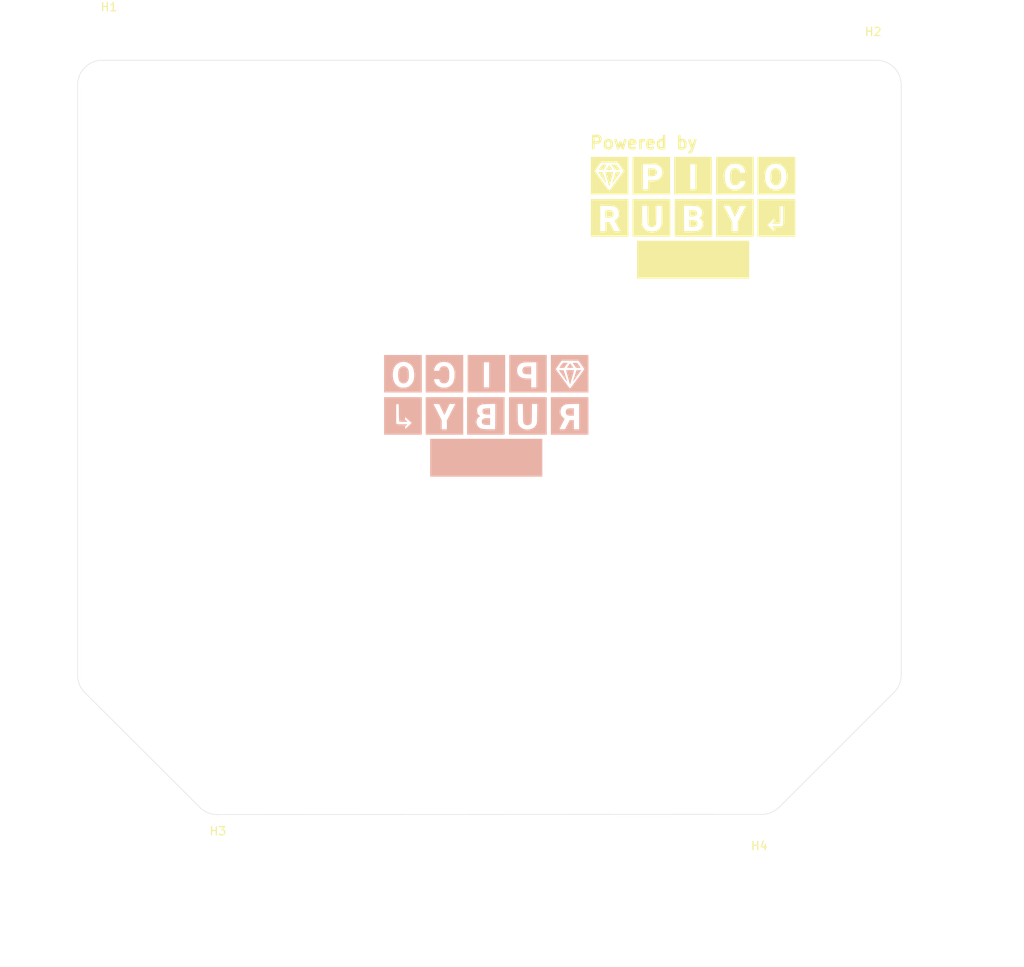
<source format=kicad_pcb>
(kicad_pcb (version 20171130) (host pcbnew "(5.1.10-1-10_14)")

  (general
    (thickness 1.6)
    (drawings 14)
    (tracks 0)
    (zones 0)
    (modules 6)
    (nets 2)
  )

  (page A4)
  (layers
    (0 F.Cu signal)
    (31 B.Cu signal)
    (32 B.Adhes user)
    (33 F.Adhes user)
    (34 B.Paste user)
    (35 F.Paste user)
    (36 B.SilkS user)
    (37 F.SilkS user)
    (38 B.Mask user)
    (39 F.Mask user)
    (40 Dwgs.User user)
    (41 Cmts.User user)
    (42 Eco1.User user)
    (43 Eco2.User user)
    (44 Edge.Cuts user)
    (45 Margin user)
    (46 B.CrtYd user)
    (47 F.CrtYd user)
    (48 B.Fab user hide)
    (49 F.Fab user hide)
  )

  (setup
    (last_trace_width 0.25)
    (trace_clearance 0.2)
    (zone_clearance 0.508)
    (zone_45_only no)
    (trace_min 0.2)
    (via_size 0.8)
    (via_drill 0.4)
    (via_min_size 0.4)
    (via_min_drill 0.3)
    (uvia_size 0.3)
    (uvia_drill 0.1)
    (uvias_allowed no)
    (uvia_min_size 0.2)
    (uvia_min_drill 0.1)
    (edge_width 0.05)
    (segment_width 0.2)
    (pcb_text_width 0.3)
    (pcb_text_size 1.5 1.5)
    (mod_edge_width 0.12)
    (mod_text_size 1 1)
    (mod_text_width 0.15)
    (pad_size 1.524 1.524)
    (pad_drill 0.762)
    (pad_to_mask_clearance 0)
    (aux_axis_origin 162 85)
    (grid_origin 162 85)
    (visible_elements FFFFFF7F)
    (pcbplotparams
      (layerselection 0x010fc_ffffffff)
      (usegerberextensions false)
      (usegerberattributes true)
      (usegerberadvancedattributes true)
      (creategerberjobfile true)
      (excludeedgelayer true)
      (linewidth 0.100000)
      (plotframeref false)
      (viasonmask false)
      (mode 1)
      (useauxorigin false)
      (hpglpennumber 1)
      (hpglpenspeed 20)
      (hpglpendiameter 15.000000)
      (psnegative false)
      (psa4output false)
      (plotreference true)
      (plotvalue true)
      (plotinvisibletext false)
      (padsonsilk false)
      (subtractmaskfromsilk false)
      (outputformat 1)
      (mirror false)
      (drillshape 0)
      (scaleselection 1)
      (outputdirectory "gerber/"))
  )

  (net 0 "")
  (net 1 GND)

  (net_class Default "This is the default net class."
    (clearance 0.2)
    (trace_width 0.25)
    (via_dia 0.8)
    (via_drill 0.4)
    (uvia_dia 0.3)
    (uvia_drill 0.1)
  )

  (module locallib:PicoRuby_Logo locked (layer B.Cu) (tedit 0) (tstamp 61698B9E)
    (at 123.5 86.4 180)
    (fp_text reference G*** (at 0 0) (layer B.SilkS) hide
      (effects (font (size 1.524 1.524) (thickness 0.3)) (justify mirror))
    )
    (fp_text value LOGO (at 0.75 0) (layer B.SilkS) hide
      (effects (font (size 1.524 1.524) (thickness 0.3)) (justify mirror))
    )
    (fp_poly (pts (xy 6.773333 -7.450667) (xy -6.8072 -7.450667) (xy -6.8072 -2.878667) (xy 6.773333 -2.878667)
      (xy 6.773333 -7.450667)) (layer B.SilkS) (width 0.01))
    (fp_poly (pts (xy -7.857067 -2.370667) (xy -12.3952 -2.370667) (xy -12.3952 -1.7272) (xy -11.2776 -1.7272)
      (xy -10.634134 -1.7272) (xy -10.634134 -0.6096) (xy -10.140614 -0.6096) (xy -9.853974 -1.159934)
      (xy -9.567334 -1.710267) (xy -9.265214 -1.720136) (xy -9.124922 -1.722742) (xy -9.008166 -1.721275)
      (xy -8.933217 -1.716111) (xy -8.918704 -1.712972) (xy -8.909571 -1.685074) (xy -8.930107 -1.615809)
      (xy -8.982378 -1.500017) (xy -9.068447 -1.33254) (xy -9.07852 -1.313636) (xy -9.171317 -1.138789)
      (xy -9.266556 -0.957459) (xy -9.352102 -0.792849) (xy -9.408096 -0.683475) (xy -9.468895 -0.561262)
      (xy -9.501452 -0.485276) (xy -9.5086 -0.44156) (xy -9.493167 -0.416155) (xy -9.465734 -0.399241)
      (xy -9.3645 -0.325541) (xy -9.253864 -0.215719) (xy -9.151688 -0.090755) (xy -9.075832 0.02837)
      (xy -9.050228 0.088829) (xy -9.012124 0.298099) (xy -9.01285 0.520357) (xy -9.050961 0.728039)
      (xy -9.089049 0.829733) (xy -9.165674 0.968406) (xy -9.255603 1.07338) (xy -9.376812 1.161354)
      (xy -9.533567 1.242643) (xy -9.600556 1.273225) (xy -9.660747 1.296571) (xy -9.724539 1.313817)
      (xy -9.802332 1.3261) (xy -9.904526 1.334554) (xy -10.04152 1.340315) (xy -10.223714 1.34452)
      (xy -10.461507 1.348304) (xy -10.507134 1.348972) (xy -11.2776 1.36021) (xy -11.2776 -1.7272)
      (xy -12.3952 -1.7272) (xy -12.3952 2.167466) (xy -7.857067 2.167466) (xy -7.857067 -2.370667)) (layer B.SilkS) (width 0.01))
    (fp_poly (pts (xy -2.777067 -2.370667) (xy -7.349067 -2.370667) (xy -7.349067 1.354666) (xy -6.202352 1.354666)
      (xy -6.19151 0.194733) (xy -6.188386 -0.118079) (xy -6.185155 -0.37077) (xy -6.181344 -0.57095)
      (xy -6.17648 -0.726232) (xy -6.170087 -0.844226) (xy -6.161693 -0.932544) (xy -6.150824 -0.998797)
      (xy -6.137005 -1.050595) (xy -6.119764 -1.09555) (xy -6.109824 -1.1176) (xy -5.968642 -1.348244)
      (xy -5.784164 -1.527188) (xy -5.557589 -1.6538) (xy -5.290116 -1.72745) (xy -4.982946 -1.747504)
      (xy -4.918471 -1.745114) (xy -4.719645 -1.725609) (xy -4.555488 -1.686271) (xy -4.435472 -1.639331)
      (xy -4.212586 -1.503097) (xy -4.031734 -1.315808) (xy -3.916251 -1.121746) (xy -3.896749 -1.07659)
      (xy -3.88099 -1.029178) (xy -3.868494 -0.971874) (xy -3.858781 -0.897043) (xy -3.851369 -0.797048)
      (xy -3.845778 -0.664254) (xy -3.841527 -0.491025) (xy -3.838136 -0.269726) (xy -3.835124 0.00728)
      (xy -3.833377 0.194733) (xy -3.822887 1.354666) (xy -4.466255 1.354666) (xy -4.476795 0.2286)
      (xy -4.479904 -0.079337) (xy -4.483165 -0.327001) (xy -4.487041 -0.521851) (xy -4.491997 -0.671347)
      (xy -4.498496 -0.782947) (xy -4.507001 -0.864111) (xy -4.517976 -0.922298) (xy -4.531885 -0.964968)
      (xy -4.54919 -0.99958) (xy -4.553579 -1.006986) (xy -4.664204 -1.126732) (xy -4.821532 -1.197452)
      (xy -5.012267 -1.2192) (xy -5.213501 -1.194663) (xy -5.368096 -1.121071) (xy -5.470955 -1.006986)
      (xy -5.489085 -0.973157) (xy -5.503714 -0.93294) (xy -5.515306 -0.878877) (xy -5.524324 -0.803508)
      (xy -5.531232 -0.699374) (xy -5.536493 -0.559016) (xy -5.540571 -0.374973) (xy -5.54393 -0.139788)
      (xy -5.547033 0.154) (xy -5.54774 0.2286) (xy -5.558279 1.354666) (xy -6.202352 1.354666)
      (xy -7.349067 1.354666) (xy -7.349067 2.167466) (xy -2.777067 2.167466) (xy -2.777067 -2.370667)) (layer B.SilkS) (width 0.01))
    (fp_poly (pts (xy 2.302933 -2.370667) (xy -2.2352 -2.370667) (xy -2.2352 -0.160423) (xy -1.1176 -0.160423)
      (xy -1.117052 -0.475276) (xy -1.115482 -0.76926) (xy -1.113004 -1.035455) (xy -1.109732 -1.266943)
      (xy -1.10578 -1.456804) (xy -1.10126 -1.598122) (xy -1.096286 -1.683976) (xy -1.0922 -1.707954)
      (xy -1.052246 -1.714902) (xy -0.954819 -1.71972) (xy -0.810151 -1.722267) (xy -0.628475 -1.722401)
      (xy -0.420022 -1.71998) (xy -0.338667 -1.718419) (xy -0.059159 -1.71092) (xy 0.1607 -1.701247)
      (xy 0.328976 -1.688779) (xy 0.453734 -1.672893) (xy 0.543041 -1.65297) (xy 0.553627 -1.649676)
      (xy 0.780836 -1.548603) (xy 0.953406 -1.408846) (xy 1.074777 -1.226575) (xy 1.148388 -0.997959)
      (xy 1.151053 -0.984314) (xy 1.164028 -0.76252) (xy 1.1209 -0.555548) (xy 1.026754 -0.375163)
      (xy 0.886679 -0.233134) (xy 0.804035 -0.181734) (xy 0.703725 -0.129862) (xy 0.825895 -0.046845)
      (xy 0.965641 0.087689) (xy 1.055032 0.264279) (xy 1.091138 0.476621) (xy 1.09168 0.524933)
      (xy 1.080244 0.697976) (xy 1.04514 0.830885) (xy 0.976573 0.949822) (xy 0.896345 1.046648)
      (xy 0.813656 1.130033) (xy 0.727215 1.195948) (xy 0.627799 1.246592) (xy 0.506182 1.284167)
      (xy 0.353138 1.310874) (xy 0.159443 1.328915) (xy -0.084129 1.34049) (xy -0.364067 1.347392)
      (xy -1.1176 1.361198) (xy -1.1176 -0.160423) (xy -2.2352 -0.160423) (xy -2.2352 2.167466)
      (xy 2.302933 2.167466) (xy 2.302933 -2.370667)) (layer B.SilkS) (width 0.01))
    (fp_poly (pts (xy 7.3152 -2.370667) (xy 2.777066 -2.370667) (xy 2.777066 1.354666) (xy 3.721612 1.354666)
      (xy 4.231472 0.360338) (xy 4.741333 -0.63399) (xy 4.741333 -1.7272) (xy 5.3848 -1.7272)
      (xy 5.3848 -0.599665) (xy 5.875866 0.357322) (xy 5.995785 0.591668) (xy 6.105111 0.806559)
      (xy 6.200148 0.994634) (xy 6.277202 1.148532) (xy 6.332578 1.260892) (xy 6.362581 1.324352)
      (xy 6.366933 1.335672) (xy 6.335458 1.343676) (xy 6.250487 1.34838) (xy 6.126196 1.349301)
      (xy 6.021455 1.347385) (xy 5.675976 1.337733) (xy 5.369521 0.670891) (xy 5.279122 0.477157)
      (xy 5.197414 0.307687) (xy 5.128712 0.170972) (xy 5.07733 0.075501) (xy 5.047581 0.029765)
      (xy 5.04258 0.027424) (xy 5.022991 0.063953) (xy 4.979888 0.152762) (xy 4.917708 0.284432)
      (xy 4.840884 0.449544) (xy 4.753853 0.638679) (xy 4.724574 0.702733) (xy 4.427054 1.354666)
      (xy 3.721612 1.354666) (xy 2.777066 1.354666) (xy 2.777066 2.167466) (xy 7.3152 2.167466)
      (xy 7.3152 -2.370667)) (layer B.SilkS) (width 0.01))
    (fp_poly (pts (xy 12.361333 -2.370667) (xy 7.789333 -2.370667) (xy 7.789333 -0.95543) (xy 9.025466 -0.95543)
      (xy 9.8044 -1.69574) (xy 9.815401 -1.53367) (xy 9.817984 -1.437239) (xy 9.801506 -1.371309)
      (xy 9.754136 -1.309843) (xy 9.684045 -1.2446) (xy 9.541688 -1.1176) (xy 10.155644 -1.1176)
      (xy 10.375226 -1.117105) (xy 10.537312 -1.114943) (xy 10.652139 -1.110096) (xy 10.72994 -1.101548)
      (xy 10.780952 -1.088282) (xy 10.815409 -1.06928) (xy 10.837333 -1.049867) (xy 10.855563 -1.029073)
      (xy 10.870194 -1.002274) (xy 10.881621 -0.962363) (xy 10.890238 -0.902229) (xy 10.896441 -0.814764)
      (xy 10.900624 -0.692859) (xy 10.903183 -0.529405) (xy 10.904511 -0.317293) (xy 10.905006 -0.049414)
      (xy 10.905066 0.169333) (xy 10.905066 1.3208) (xy 10.56921 1.3208) (xy 10.559338 0.286599)
      (xy 10.556068 -0.011478) (xy 10.552312 -0.248712) (xy 10.547678 -0.431995) (xy 10.541774 -0.568217)
      (xy 10.534208 -0.664269) (xy 10.524587 -0.727042) (xy 10.51252 -0.763428) (xy 10.498666 -0.779682)
      (xy 10.447297 -0.79151) (xy 10.342436 -0.801296) (xy 10.198317 -0.808154) (xy 10.02917 -0.8112)
      (xy 9.990666 -0.811271) (xy 9.533466 -0.810779) (xy 9.677924 -0.68479) (xy 9.76162 -0.606363)
      (xy 9.804657 -0.542562) (xy 9.820227 -0.466923) (xy 9.821857 -0.396013) (xy 9.821267 -0.329054)
      (xy 9.815568 -0.284878) (xy 9.798124 -0.266978) (xy 9.762295 -0.278848) (xy 9.701444 -0.323984)
      (xy 9.608934 -0.405877) (xy 9.478126 -0.528024) (xy 9.36103 -0.638582) (xy 9.025466 -0.95543)
      (xy 7.789333 -0.95543) (xy 7.789333 2.167466) (xy 12.361333 2.167466) (xy 12.361333 -2.370667)) (layer B.SilkS) (width 0.01))
    (fp_poly (pts (xy -7.857067 2.7432) (xy -12.3952 2.7432) (xy -12.3952 5.572696) (xy -11.900103 5.572696)
      (xy -11.881468 5.537558) (xy -11.826551 5.453849) (xy -11.739461 5.327374) (xy -11.624307 5.163936)
      (xy -11.485199 4.969337) (xy -11.326245 4.749382) (xy -11.151554 4.509872) (xy -11.040534 4.358704)
      (xy -10.816235 4.055249) (xy -10.628641 3.804159) (xy -10.475396 3.602464) (xy -10.354139 3.447193)
      (xy -10.262513 3.335378) (xy -10.198159 3.264049) (xy -10.158719 3.230236) (xy -10.143067 3.228718)
      (xy -10.116252 3.26446) (xy -10.053657 3.348816) (xy -9.959662 3.475856) (xy -9.838648 3.639649)
      (xy -9.694994 3.834266) (xy -9.53308 4.053777) (xy -9.357287 4.292252) (xy -9.268248 4.413091)
      (xy -9.088882 4.657535) (xy -8.923119 4.885343) (xy -8.775074 5.090717) (xy -8.648864 5.267859)
      (xy -8.548603 5.410971) (xy -8.478409 5.514257) (xy -8.442396 5.571917) (xy -8.438515 5.58188)
      (xy -8.460924 5.617047) (xy -8.516281 5.697961) (xy -8.598091 5.815302) (xy -8.699862 5.959751)
      (xy -8.804134 6.106605) (xy -9.158533 6.604) (xy -10.175734 6.60316) (xy -11.192934 6.602321)
      (xy -11.544503 6.108055) (xy -11.657996 5.946599) (xy -11.756699 5.802567) (xy -11.834204 5.685603)
      (xy -11.884105 5.605354) (xy -11.900103 5.572696) (xy -12.3952 5.572696) (xy -12.3952 7.281333)
      (xy -7.857067 7.281333) (xy -7.857067 2.7432)) (layer B.SilkS) (width 0.01))
    (fp_poly (pts (xy -2.810934 2.7432) (xy -7.349067 2.7432) (xy -7.349067 3.3528) (xy -6.096001 3.3528)
      (xy -5.452534 3.3528) (xy -5.452534 4.436533) (xy -5.035347 4.436533) (xy -4.779207 4.442647)
      (xy -4.574215 4.463383) (xy -4.404692 4.502336) (xy -4.254957 4.5631) (xy -4.11045 4.648516)
      (xy -3.949375 4.79503) (xy -3.834334 4.979407) (xy -3.765784 5.189404) (xy -3.744181 5.412782)
      (xy -3.769982 5.637298) (xy -3.843641 5.850711) (xy -3.965615 6.04078) (xy -4.055171 6.132439)
      (xy -4.143029 6.206316) (xy -4.225076 6.264208) (xy -4.311133 6.308195) (xy -4.411018 6.340359)
      (xy -4.53455 6.362781) (xy -4.691548 6.377542) (xy -4.891831 6.386725) (xy -5.145218 6.39241)
      (xy -5.291667 6.394549) (xy -6.096001 6.405231) (xy -6.096001 3.3528) (xy -7.349067 3.3528)
      (xy -7.349067 7.281333) (xy -2.810934 7.281333) (xy -2.810934 2.7432)) (layer B.SilkS) (width 0.01))
    (fp_poly (pts (xy 2.235199 2.7432) (xy -2.302934 2.7432) (xy -2.302934 6.4008) (xy -0.372534 6.4008)
      (xy -0.372534 3.3528) (xy 0.270933 3.3528) (xy 0.270933 6.4008) (xy -0.372534 6.4008)
      (xy -2.302934 6.4008) (xy -2.302934 7.281333) (xy 2.235199 7.281333) (xy 2.235199 2.7432)) (layer B.SilkS) (width 0.01))
    (fp_poly (pts (xy 7.3152 2.7432) (xy 2.777066 2.7432) (xy 2.777066 4.8768) (xy 3.813405 4.8768)
      (xy 3.833664 4.513508) (xy 3.892577 4.202878) (xy 3.991692 3.940903) (xy 4.132558 3.72358)
      (xy 4.316724 3.546903) (xy 4.332192 3.535278) (xy 4.481413 3.438735) (xy 4.631377 3.375096)
      (xy 4.800639 3.339569) (xy 5.007757 3.327361) (xy 5.13276 3.32854) (xy 5.297897 3.334787)
      (xy 5.418068 3.346924) (xy 5.516034 3.369754) (xy 5.614553 3.408082) (xy 5.698605 3.44797)
      (xy 5.857244 3.540644) (xy 5.992895 3.646734) (xy 6.043507 3.698668) (xy 6.131226 3.823523)
      (xy 6.209877 3.974633) (xy 6.26894 4.127861) (xy 6.297897 4.259071) (xy 6.2992 4.285404)
      (xy 6.296776 4.324254) (xy 6.280988 4.348661) (xy 6.239063 4.361979) (xy 6.158225 4.367569)
      (xy 6.0257 4.368785) (xy 5.981897 4.3688) (xy 5.664595 4.3688) (xy 5.645804 4.253002)
      (xy 5.58971 4.082051) (xy 5.484383 3.957516) (xy 5.329722 3.879321) (xy 5.125626 3.847392)
      (xy 5.096933 3.846654) (xy 4.903589 3.863713) (xy 4.754848 3.925185) (xy 4.639024 4.037805)
      (xy 4.572 4.149235) (xy 4.537673 4.223677) (xy 4.513453 4.296916) (xy 4.497158 4.383648)
      (xy 4.48661 4.49857) (xy 4.479627 4.656377) (xy 4.475743 4.798124) (xy 4.472664 5.016589)
      (xy 4.476167 5.182962) (xy 4.487289 5.312656) (xy 4.507065 5.421084) (xy 4.52117 5.474376)
      (xy 4.60448 5.66773) (xy 4.724974 5.808267) (xy 4.879137 5.892481) (xy 4.958994 5.911133)
      (xy 5.179463 5.919633) (xy 5.362689 5.875022) (xy 5.505263 5.779185) (xy 5.603776 5.634006)
      (xy 5.637376 5.536061) (xy 5.680003 5.367866) (xy 5.989601 5.358129) (xy 6.2992 5.348391)
      (xy 6.2992 5.449992) (xy 6.272458 5.620087) (xy 6.198945 5.806059) (xy 6.088731 5.986948)
      (xy 5.979675 6.115142) (xy 5.793316 6.269952) (xy 5.589577 6.373327) (xy 5.35455 6.430599)
      (xy 5.113866 6.447071) (xy 4.807596 6.422475) (xy 4.541002 6.343021) (xy 4.313853 6.208535)
      (xy 4.125913 6.018845) (xy 3.976949 5.773776) (xy 3.885661 5.537661) (xy 3.851617 5.413295)
      (xy 3.829699 5.289588) (xy 3.817708 5.146426) (xy 3.813445 4.963697) (xy 3.813405 4.8768)
      (xy 2.777066 4.8768) (xy 2.777066 7.281333) (xy 7.3152 7.281333) (xy 7.3152 2.7432)) (layer B.SilkS) (width 0.01))
    (fp_poly (pts (xy 12.361333 2.7432) (xy 7.789333 2.7432) (xy 7.789333 4.8768) (xy 8.703733 4.8768)
      (xy 8.719274 4.551032) (xy 8.768287 4.274972) (xy 8.854355 4.037545) (xy 8.981061 3.827675)
      (xy 9.082779 3.705257) (xy 9.254463 3.54279) (xy 9.430686 3.430123) (xy 9.626777 3.361346)
      (xy 9.858065 3.330548) (xy 10.059528 3.328696) (xy 10.227358 3.336426) (xy 10.350828 3.351724)
      (xy 10.453247 3.379241) (xy 10.557925 3.423633) (xy 10.573966 3.4314) (xy 10.808822 3.582853)
      (xy 11.000733 3.784833) (xy 11.14811 4.034225) (xy 11.249363 4.327912) (xy 11.302902 4.662778)
      (xy 11.311466 4.8768) (xy 11.289211 5.231544) (xy 11.221424 5.539512) (xy 11.10657 5.805425)
      (xy 10.943116 6.034003) (xy 10.931183 6.047232) (xy 10.732246 6.228831) (xy 10.51422 6.352691)
      (xy 10.259147 6.428734) (xy 10.230975 6.434079) (xy 9.954697 6.456265) (xy 9.689959 6.417387)
      (xy 9.422584 6.315292) (xy 9.41119 6.309642) (xy 9.17735 6.158317) (xy 8.990937 5.961466)
      (xy 8.851386 5.717937) (xy 8.758127 5.426581) (xy 8.710592 5.086247) (xy 8.703733 4.8768)
      (xy 7.789333 4.8768) (xy 7.789333 7.281333) (xy 12.361333 7.281333) (xy 12.361333 2.7432)) (layer B.SilkS) (width 0.01))
    (fp_poly (pts (xy -10.143562 0.809532) (xy -10.00664 0.800755) (xy -9.906671 0.788012) (xy -9.874354 0.779777)
      (xy -9.77326 0.707925) (xy -9.700151 0.591133) (xy -9.659781 0.448085) (xy -9.656902 0.297464)
      (xy -9.696266 0.157955) (xy -9.709779 0.132772) (xy -9.778638 0.046273) (xy -9.873109 -0.013058)
      (xy -10.004669 -0.049058) (xy -10.184794 -0.065569) (xy -10.309052 -0.067733) (xy -10.634134 -0.067733)
      (xy -10.634134 0.8128) (xy -10.297672 0.8128) (xy -10.143562 0.809532)) (layer B.SilkS) (width 0.01))
    (fp_poly (pts (xy -0.194734 -0.373341) (xy 0.04907 -0.38284) (xy 0.23356 -0.41231) (xy 0.365212 -0.465601)
      (xy 0.450499 -0.546566) (xy 0.495896 -0.659056) (xy 0.507999 -0.791369) (xy 0.498743 -0.920344)
      (xy 0.466546 -1.007356) (xy 0.437014 -1.045556) (xy 0.369444 -1.105669) (xy 0.289613 -1.146237)
      (xy 0.183288 -1.170722) (xy 0.036234 -1.182585) (xy -0.137672 -1.185334) (xy -0.474134 -1.185334)
      (xy -0.474134 -0.372533) (xy -0.194734 -0.373341)) (layer B.SilkS) (width 0.01))
    (fp_poly (pts (xy -0.104236 0.80733) (xy 0.061781 0.800932) (xy 0.175022 0.791933) (xy 0.250442 0.777272)
      (xy 0.302996 0.753888) (xy 0.34764 0.718721) (xy 0.352964 0.713763) (xy 0.407936 0.648469)
      (xy 0.4339 0.570734) (xy 0.440266 0.4572) (xy 0.422384 0.315973) (xy 0.364964 0.209991)
      (xy 0.262347 0.135871) (xy 0.108872 0.090233) (xy -0.10112 0.069692) (xy -0.211444 0.067733)
      (xy -0.474134 0.067733) (xy -0.474134 0.818793) (xy -0.104236 0.80733)) (layer B.SilkS) (width 0.01))
    (fp_poly (pts (xy -9.927458 4.601377) (xy -9.98976 4.372297) (xy -10.046624 4.165591) (xy -10.095589 3.990014)
      (xy -10.134193 3.854319) (xy -10.159975 3.767264) (xy -10.170245 3.737667) (xy -10.182813 3.764468)
      (xy -10.210055 3.846582) (xy -10.248899 3.973954) (xy -10.296272 4.136531) (xy -10.344988 4.309423)
      (xy -10.404301 4.523179) (xy -10.463752 4.737562) (xy -10.518336 4.934512) (xy -10.563045 5.095967)
      (xy -10.584387 5.173133) (xy -10.661595 5.452533) (xy -9.697225 5.452533) (xy -9.927458 4.601377)) (layer B.SilkS) (width 0.01))
    (fp_poly (pts (xy -11.236168 5.445425) (xy -10.959011 5.4356) (xy -10.748113 4.758749) (xy -10.685639 4.557144)
      (xy -10.631097 4.379021) (xy -10.587355 4.233915) (xy -10.557277 4.131364) (xy -10.543729 4.080904)
      (xy -10.543341 4.077323) (xy -10.56352 4.102607) (xy -10.617061 4.176125) (xy -10.698699 4.290471)
      (xy -10.80317 4.438238) (xy -10.925211 4.612021) (xy -11.031396 4.764) (xy -11.513325 5.455251)
      (xy -11.236168 5.445425)) (layer B.SilkS) (width 0.01))
    (fp_poly (pts (xy -8.891683 5.445785) (xy -8.842477 5.439614) (xy -8.839201 5.436906) (xy -8.85811 5.405422)
      (xy -8.911245 5.326728) (xy -8.993215 5.208551) (xy -9.098628 5.058621) (xy -9.222093 4.884666)
      (xy -9.318527 4.749736) (xy -9.472326 4.53514) (xy -9.591134 4.369466) (xy -9.679442 4.246601)
      (xy -9.741743 4.16043) (xy -9.782528 4.104842) (xy -9.806289 4.073721) (xy -9.817518 4.060955)
      (xy -9.820706 4.06043) (xy -9.820345 4.066032) (xy -9.820277 4.066822) (xy -9.810188 4.101864)
      (xy -9.782595 4.191758) (xy -9.740523 4.326809) (xy -9.686996 4.497321) (xy -9.625039 4.693598)
      (xy -9.60456 4.758266) (xy -9.3899 5.4356) (xy -9.11455 5.445436) (xy -8.987665 5.447889)
      (xy -8.891683 5.445785)) (layer B.SilkS) (width 0.01))
    (fp_poly (pts (xy -10.626547 6.330544) (xy -10.546861 6.321937) (xy -10.516694 6.305692) (xy -10.519106 6.290733)
      (xy -10.548372 6.245585) (xy -10.606485 6.159793) (xy -10.683375 6.048151) (xy -10.726637 5.985933)
      (xy -10.909732 5.723466) (xy -11.180332 5.723466) (xy -11.318527 5.725958) (xy -11.398187 5.734472)
      (xy -11.428365 5.750571) (xy -11.425759 5.7658) (xy -11.396179 5.810974) (xy -11.337847 5.896817)
      (xy -11.260871 6.00852) (xy -11.217741 6.0706) (xy -11.034895 6.333066) (xy -10.764783 6.333066)
      (xy -10.626547 6.330544)) (layer B.SilkS) (width 0.01))
    (fp_poly (pts (xy -10.15173 6.239398) (xy -10.101966 6.171817) (xy -10.03633 6.077928) (xy -9.965191 5.973069)
      (xy -9.898921 5.872577) (xy -9.847891 5.791792) (xy -9.822472 5.746049) (xy -9.821334 5.741929)
      (xy -9.852926 5.734528) (xy -9.938615 5.728541) (xy -10.064767 5.72464) (xy -10.195866 5.723466)
      (xy -10.364322 5.725147) (xy -10.473514 5.730866) (xy -10.531843 5.741644) (xy -10.547711 5.758499)
      (xy -10.544923 5.7658) (xy -10.505525 5.825488) (xy -10.44349 5.91349) (xy -10.369727 6.015062)
      (xy -10.295148 6.11546) (xy -10.230663 6.199942) (xy -10.187182 6.253765) (xy -10.175249 6.265333)
      (xy -10.15173 6.239398)) (layer B.SilkS) (width 0.01))
    (fp_poly (pts (xy -9.120279 6.0706) (xy -9.031041 5.953393) (xy -8.956451 5.853614) (xy -8.90694 5.785308)
      (xy -8.893915 5.7658) (xy -8.897146 5.74485) (xy -8.942618 5.731945) (xy -9.039243 5.725748)
      (xy -9.167402 5.724752) (xy -9.465734 5.726037) (xy -9.552679 5.851752) (xy -9.621614 5.950246)
      (xy -9.707772 6.07178) (xy -9.767522 6.155267) (xy -9.895421 6.333066) (xy -9.321797 6.333066)
      (xy -9.120279 6.0706)) (layer B.SilkS) (width 0.01))
    (fp_poly (pts (xy -4.900688 5.886282) (xy -4.740672 5.867317) (xy -4.656321 5.844038) (xy -4.528581 5.755758)
      (xy -4.442386 5.620573) (xy -4.404138 5.449479) (xy -4.402794 5.408518) (xy -4.417827 5.248723)
      (xy -4.467361 5.127332) (xy -4.557624 5.040282) (xy -4.694846 4.983514) (xy -4.885254 4.952968)
      (xy -5.114553 4.944533) (xy -5.452534 4.944533) (xy -5.452534 5.8928) (xy -5.112779 5.8928)
      (xy -4.900688 5.886282)) (layer B.SilkS) (width 0.01))
    (fp_poly (pts (xy 10.141493 5.905107) (xy 10.303353 5.836112) (xy 10.446147 5.713539) (xy 10.546412 5.562712)
      (xy 10.600062 5.411446) (xy 10.637215 5.213333) (xy 10.655944 4.987674) (xy 10.654325 4.753769)
      (xy 10.641646 4.608047) (xy 10.598269 4.360453) (xy 10.533573 4.170322) (xy 10.442627 4.029393)
      (xy 10.3205 3.929409) (xy 10.204575 3.876) (xy 10.07118 3.838231) (xy 9.958177 3.836087)
      (xy 9.828891 3.869598) (xy 9.809655 3.876333) (xy 9.662766 3.94978) (xy 9.549571 4.059697)
      (xy 9.455523 4.220772) (xy 9.444435 4.245132) (xy 9.411444 4.327485) (xy 9.389147 4.409753)
      (xy 9.375469 4.50809) (xy 9.368336 4.638648) (xy 9.365674 4.81758) (xy 9.365498 4.859866)
      (xy 9.367476 5.070715) (xy 9.375929 5.229693) (xy 9.392382 5.35248) (xy 9.41836 5.454758)
      (xy 9.425418 5.475816) (xy 9.520086 5.66211) (xy 9.649862 5.799026) (xy 9.803912 5.885724)
      (xy 9.971401 5.921364) (xy 10.141493 5.905107)) (layer B.SilkS) (width 0.01))
  )

  (module locallib:PicoRuby_Logo locked (layer F.Cu) (tedit 0) (tstamp 6159F7DF)
    (at 148.6 62.4)
    (fp_text reference G*** (at 0 0) (layer F.SilkS) hide
      (effects (font (size 1.524 1.524) (thickness 0.3)))
    )
    (fp_text value LOGO (at 0.75 0) (layer F.SilkS) hide
      (effects (font (size 1.524 1.524) (thickness 0.3)))
    )
    (fp_poly (pts (xy 6.773333 7.450667) (xy -6.8072 7.450667) (xy -6.8072 2.878667) (xy 6.773333 2.878667)
      (xy 6.773333 7.450667)) (layer F.SilkS) (width 0.01))
    (fp_poly (pts (xy -7.857067 2.370667) (xy -12.3952 2.370667) (xy -12.3952 1.7272) (xy -11.2776 1.7272)
      (xy -10.634134 1.7272) (xy -10.634134 0.6096) (xy -10.140614 0.6096) (xy -9.853974 1.159934)
      (xy -9.567334 1.710267) (xy -9.265214 1.720136) (xy -9.124922 1.722742) (xy -9.008166 1.721275)
      (xy -8.933217 1.716111) (xy -8.918704 1.712972) (xy -8.909571 1.685074) (xy -8.930107 1.615809)
      (xy -8.982378 1.500017) (xy -9.068447 1.33254) (xy -9.07852 1.313636) (xy -9.171317 1.138789)
      (xy -9.266556 0.957459) (xy -9.352102 0.792849) (xy -9.408096 0.683475) (xy -9.468895 0.561262)
      (xy -9.501452 0.485276) (xy -9.5086 0.44156) (xy -9.493167 0.416155) (xy -9.465734 0.399241)
      (xy -9.3645 0.325541) (xy -9.253864 0.215719) (xy -9.151688 0.090755) (xy -9.075832 -0.02837)
      (xy -9.050228 -0.088829) (xy -9.012124 -0.298099) (xy -9.01285 -0.520357) (xy -9.050961 -0.728039)
      (xy -9.089049 -0.829733) (xy -9.165674 -0.968406) (xy -9.255603 -1.07338) (xy -9.376812 -1.161354)
      (xy -9.533567 -1.242643) (xy -9.600556 -1.273225) (xy -9.660747 -1.296571) (xy -9.724539 -1.313817)
      (xy -9.802332 -1.3261) (xy -9.904526 -1.334554) (xy -10.04152 -1.340315) (xy -10.223714 -1.34452)
      (xy -10.461507 -1.348304) (xy -10.507134 -1.348972) (xy -11.2776 -1.36021) (xy -11.2776 1.7272)
      (xy -12.3952 1.7272) (xy -12.3952 -2.167466) (xy -7.857067 -2.167466) (xy -7.857067 2.370667)) (layer F.SilkS) (width 0.01))
    (fp_poly (pts (xy -2.777067 2.370667) (xy -7.349067 2.370667) (xy -7.349067 -1.354666) (xy -6.202352 -1.354666)
      (xy -6.19151 -0.194733) (xy -6.188386 0.118079) (xy -6.185155 0.37077) (xy -6.181344 0.57095)
      (xy -6.17648 0.726232) (xy -6.170087 0.844226) (xy -6.161693 0.932544) (xy -6.150824 0.998797)
      (xy -6.137005 1.050595) (xy -6.119764 1.09555) (xy -6.109824 1.1176) (xy -5.968642 1.348244)
      (xy -5.784164 1.527188) (xy -5.557589 1.6538) (xy -5.290116 1.72745) (xy -4.982946 1.747504)
      (xy -4.918471 1.745114) (xy -4.719645 1.725609) (xy -4.555488 1.686271) (xy -4.435472 1.639331)
      (xy -4.212586 1.503097) (xy -4.031734 1.315808) (xy -3.916251 1.121746) (xy -3.896749 1.07659)
      (xy -3.88099 1.029178) (xy -3.868494 0.971874) (xy -3.858781 0.897043) (xy -3.851369 0.797048)
      (xy -3.845778 0.664254) (xy -3.841527 0.491025) (xy -3.838136 0.269726) (xy -3.835124 -0.00728)
      (xy -3.833377 -0.194733) (xy -3.822887 -1.354666) (xy -4.466255 -1.354666) (xy -4.476795 -0.2286)
      (xy -4.479904 0.079337) (xy -4.483165 0.327001) (xy -4.487041 0.521851) (xy -4.491997 0.671347)
      (xy -4.498496 0.782947) (xy -4.507001 0.864111) (xy -4.517976 0.922298) (xy -4.531885 0.964968)
      (xy -4.54919 0.99958) (xy -4.553579 1.006986) (xy -4.664204 1.126732) (xy -4.821532 1.197452)
      (xy -5.012267 1.2192) (xy -5.213501 1.194663) (xy -5.368096 1.121071) (xy -5.470955 1.006986)
      (xy -5.489085 0.973157) (xy -5.503714 0.93294) (xy -5.515306 0.878877) (xy -5.524324 0.803508)
      (xy -5.531232 0.699374) (xy -5.536493 0.559016) (xy -5.540571 0.374973) (xy -5.54393 0.139788)
      (xy -5.547033 -0.154) (xy -5.54774 -0.2286) (xy -5.558279 -1.354666) (xy -6.202352 -1.354666)
      (xy -7.349067 -1.354666) (xy -7.349067 -2.167466) (xy -2.777067 -2.167466) (xy -2.777067 2.370667)) (layer F.SilkS) (width 0.01))
    (fp_poly (pts (xy 2.302933 2.370667) (xy -2.2352 2.370667) (xy -2.2352 0.160423) (xy -1.1176 0.160423)
      (xy -1.117052 0.475276) (xy -1.115482 0.76926) (xy -1.113004 1.035455) (xy -1.109732 1.266943)
      (xy -1.10578 1.456804) (xy -1.10126 1.598122) (xy -1.096286 1.683976) (xy -1.0922 1.707954)
      (xy -1.052246 1.714902) (xy -0.954819 1.71972) (xy -0.810151 1.722267) (xy -0.628475 1.722401)
      (xy -0.420022 1.71998) (xy -0.338667 1.718419) (xy -0.059159 1.71092) (xy 0.1607 1.701247)
      (xy 0.328976 1.688779) (xy 0.453734 1.672893) (xy 0.543041 1.65297) (xy 0.553627 1.649676)
      (xy 0.780836 1.548603) (xy 0.953406 1.408846) (xy 1.074777 1.226575) (xy 1.148388 0.997959)
      (xy 1.151053 0.984314) (xy 1.164028 0.76252) (xy 1.1209 0.555548) (xy 1.026754 0.375163)
      (xy 0.886679 0.233134) (xy 0.804035 0.181734) (xy 0.703725 0.129862) (xy 0.825895 0.046845)
      (xy 0.965641 -0.087689) (xy 1.055032 -0.264279) (xy 1.091138 -0.476621) (xy 1.09168 -0.524933)
      (xy 1.080244 -0.697976) (xy 1.04514 -0.830885) (xy 0.976573 -0.949822) (xy 0.896345 -1.046648)
      (xy 0.813656 -1.130033) (xy 0.727215 -1.195948) (xy 0.627799 -1.246592) (xy 0.506182 -1.284167)
      (xy 0.353138 -1.310874) (xy 0.159443 -1.328915) (xy -0.084129 -1.34049) (xy -0.364067 -1.347392)
      (xy -1.1176 -1.361198) (xy -1.1176 0.160423) (xy -2.2352 0.160423) (xy -2.2352 -2.167466)
      (xy 2.302933 -2.167466) (xy 2.302933 2.370667)) (layer F.SilkS) (width 0.01))
    (fp_poly (pts (xy 7.3152 2.370667) (xy 2.777066 2.370667) (xy 2.777066 -1.354666) (xy 3.721612 -1.354666)
      (xy 4.231472 -0.360338) (xy 4.741333 0.63399) (xy 4.741333 1.7272) (xy 5.3848 1.7272)
      (xy 5.3848 0.599665) (xy 5.875866 -0.357322) (xy 5.995785 -0.591668) (xy 6.105111 -0.806559)
      (xy 6.200148 -0.994634) (xy 6.277202 -1.148532) (xy 6.332578 -1.260892) (xy 6.362581 -1.324352)
      (xy 6.366933 -1.335672) (xy 6.335458 -1.343676) (xy 6.250487 -1.34838) (xy 6.126196 -1.349301)
      (xy 6.021455 -1.347385) (xy 5.675976 -1.337733) (xy 5.369521 -0.670891) (xy 5.279122 -0.477157)
      (xy 5.197414 -0.307687) (xy 5.128712 -0.170972) (xy 5.07733 -0.075501) (xy 5.047581 -0.029765)
      (xy 5.04258 -0.027424) (xy 5.022991 -0.063953) (xy 4.979888 -0.152762) (xy 4.917708 -0.284432)
      (xy 4.840884 -0.449544) (xy 4.753853 -0.638679) (xy 4.724574 -0.702733) (xy 4.427054 -1.354666)
      (xy 3.721612 -1.354666) (xy 2.777066 -1.354666) (xy 2.777066 -2.167466) (xy 7.3152 -2.167466)
      (xy 7.3152 2.370667)) (layer F.SilkS) (width 0.01))
    (fp_poly (pts (xy 12.361333 2.370667) (xy 7.789333 2.370667) (xy 7.789333 0.95543) (xy 9.025466 0.95543)
      (xy 9.8044 1.69574) (xy 9.815401 1.53367) (xy 9.817984 1.437239) (xy 9.801506 1.371309)
      (xy 9.754136 1.309843) (xy 9.684045 1.2446) (xy 9.541688 1.1176) (xy 10.155644 1.1176)
      (xy 10.375226 1.117105) (xy 10.537312 1.114943) (xy 10.652139 1.110096) (xy 10.72994 1.101548)
      (xy 10.780952 1.088282) (xy 10.815409 1.06928) (xy 10.837333 1.049867) (xy 10.855563 1.029073)
      (xy 10.870194 1.002274) (xy 10.881621 0.962363) (xy 10.890238 0.902229) (xy 10.896441 0.814764)
      (xy 10.900624 0.692859) (xy 10.903183 0.529405) (xy 10.904511 0.317293) (xy 10.905006 0.049414)
      (xy 10.905066 -0.169333) (xy 10.905066 -1.3208) (xy 10.56921 -1.3208) (xy 10.559338 -0.286599)
      (xy 10.556068 0.011478) (xy 10.552312 0.248712) (xy 10.547678 0.431995) (xy 10.541774 0.568217)
      (xy 10.534208 0.664269) (xy 10.524587 0.727042) (xy 10.51252 0.763428) (xy 10.498666 0.779682)
      (xy 10.447297 0.79151) (xy 10.342436 0.801296) (xy 10.198317 0.808154) (xy 10.02917 0.8112)
      (xy 9.990666 0.811271) (xy 9.533466 0.810779) (xy 9.677924 0.68479) (xy 9.76162 0.606363)
      (xy 9.804657 0.542562) (xy 9.820227 0.466923) (xy 9.821857 0.396013) (xy 9.821267 0.329054)
      (xy 9.815568 0.284878) (xy 9.798124 0.266978) (xy 9.762295 0.278848) (xy 9.701444 0.323984)
      (xy 9.608934 0.405877) (xy 9.478126 0.528024) (xy 9.36103 0.638582) (xy 9.025466 0.95543)
      (xy 7.789333 0.95543) (xy 7.789333 -2.167466) (xy 12.361333 -2.167466) (xy 12.361333 2.370667)) (layer F.SilkS) (width 0.01))
    (fp_poly (pts (xy -7.857067 -2.7432) (xy -12.3952 -2.7432) (xy -12.3952 -5.572696) (xy -11.900103 -5.572696)
      (xy -11.881468 -5.537558) (xy -11.826551 -5.453849) (xy -11.739461 -5.327374) (xy -11.624307 -5.163936)
      (xy -11.485199 -4.969337) (xy -11.326245 -4.749382) (xy -11.151554 -4.509872) (xy -11.040534 -4.358704)
      (xy -10.816235 -4.055249) (xy -10.628641 -3.804159) (xy -10.475396 -3.602464) (xy -10.354139 -3.447193)
      (xy -10.262513 -3.335378) (xy -10.198159 -3.264049) (xy -10.158719 -3.230236) (xy -10.143067 -3.228718)
      (xy -10.116252 -3.26446) (xy -10.053657 -3.348816) (xy -9.959662 -3.475856) (xy -9.838648 -3.639649)
      (xy -9.694994 -3.834266) (xy -9.53308 -4.053777) (xy -9.357287 -4.292252) (xy -9.268248 -4.413091)
      (xy -9.088882 -4.657535) (xy -8.923119 -4.885343) (xy -8.775074 -5.090717) (xy -8.648864 -5.267859)
      (xy -8.548603 -5.410971) (xy -8.478409 -5.514257) (xy -8.442396 -5.571917) (xy -8.438515 -5.58188)
      (xy -8.460924 -5.617047) (xy -8.516281 -5.697961) (xy -8.598091 -5.815302) (xy -8.699862 -5.959751)
      (xy -8.804134 -6.106605) (xy -9.158533 -6.604) (xy -10.175734 -6.60316) (xy -11.192934 -6.602321)
      (xy -11.544503 -6.108055) (xy -11.657996 -5.946599) (xy -11.756699 -5.802567) (xy -11.834204 -5.685603)
      (xy -11.884105 -5.605354) (xy -11.900103 -5.572696) (xy -12.3952 -5.572696) (xy -12.3952 -7.281333)
      (xy -7.857067 -7.281333) (xy -7.857067 -2.7432)) (layer F.SilkS) (width 0.01))
    (fp_poly (pts (xy -2.810934 -2.7432) (xy -7.349067 -2.7432) (xy -7.349067 -3.3528) (xy -6.096001 -3.3528)
      (xy -5.452534 -3.3528) (xy -5.452534 -4.436533) (xy -5.035347 -4.436533) (xy -4.779207 -4.442647)
      (xy -4.574215 -4.463383) (xy -4.404692 -4.502336) (xy -4.254957 -4.5631) (xy -4.11045 -4.648516)
      (xy -3.949375 -4.79503) (xy -3.834334 -4.979407) (xy -3.765784 -5.189404) (xy -3.744181 -5.412782)
      (xy -3.769982 -5.637298) (xy -3.843641 -5.850711) (xy -3.965615 -6.04078) (xy -4.055171 -6.132439)
      (xy -4.143029 -6.206316) (xy -4.225076 -6.264208) (xy -4.311133 -6.308195) (xy -4.411018 -6.340359)
      (xy -4.53455 -6.362781) (xy -4.691548 -6.377542) (xy -4.891831 -6.386725) (xy -5.145218 -6.39241)
      (xy -5.291667 -6.394549) (xy -6.096001 -6.405231) (xy -6.096001 -3.3528) (xy -7.349067 -3.3528)
      (xy -7.349067 -7.281333) (xy -2.810934 -7.281333) (xy -2.810934 -2.7432)) (layer F.SilkS) (width 0.01))
    (fp_poly (pts (xy 2.235199 -2.7432) (xy -2.302934 -2.7432) (xy -2.302934 -6.4008) (xy -0.372534 -6.4008)
      (xy -0.372534 -3.3528) (xy 0.270933 -3.3528) (xy 0.270933 -6.4008) (xy -0.372534 -6.4008)
      (xy -2.302934 -6.4008) (xy -2.302934 -7.281333) (xy 2.235199 -7.281333) (xy 2.235199 -2.7432)) (layer F.SilkS) (width 0.01))
    (fp_poly (pts (xy 7.3152 -2.7432) (xy 2.777066 -2.7432) (xy 2.777066 -4.8768) (xy 3.813405 -4.8768)
      (xy 3.833664 -4.513508) (xy 3.892577 -4.202878) (xy 3.991692 -3.940903) (xy 4.132558 -3.72358)
      (xy 4.316724 -3.546903) (xy 4.332192 -3.535278) (xy 4.481413 -3.438735) (xy 4.631377 -3.375096)
      (xy 4.800639 -3.339569) (xy 5.007757 -3.327361) (xy 5.13276 -3.32854) (xy 5.297897 -3.334787)
      (xy 5.418068 -3.346924) (xy 5.516034 -3.369754) (xy 5.614553 -3.408082) (xy 5.698605 -3.44797)
      (xy 5.857244 -3.540644) (xy 5.992895 -3.646734) (xy 6.043507 -3.698668) (xy 6.131226 -3.823523)
      (xy 6.209877 -3.974633) (xy 6.26894 -4.127861) (xy 6.297897 -4.259071) (xy 6.2992 -4.285404)
      (xy 6.296776 -4.324254) (xy 6.280988 -4.348661) (xy 6.239063 -4.361979) (xy 6.158225 -4.367569)
      (xy 6.0257 -4.368785) (xy 5.981897 -4.3688) (xy 5.664595 -4.3688) (xy 5.645804 -4.253002)
      (xy 5.58971 -4.082051) (xy 5.484383 -3.957516) (xy 5.329722 -3.879321) (xy 5.125626 -3.847392)
      (xy 5.096933 -3.846654) (xy 4.903589 -3.863713) (xy 4.754848 -3.925185) (xy 4.639024 -4.037805)
      (xy 4.572 -4.149235) (xy 4.537673 -4.223677) (xy 4.513453 -4.296916) (xy 4.497158 -4.383648)
      (xy 4.48661 -4.49857) (xy 4.479627 -4.656377) (xy 4.475743 -4.798124) (xy 4.472664 -5.016589)
      (xy 4.476167 -5.182962) (xy 4.487289 -5.312656) (xy 4.507065 -5.421084) (xy 4.52117 -5.474376)
      (xy 4.60448 -5.66773) (xy 4.724974 -5.808267) (xy 4.879137 -5.892481) (xy 4.958994 -5.911133)
      (xy 5.179463 -5.919633) (xy 5.362689 -5.875022) (xy 5.505263 -5.779185) (xy 5.603776 -5.634006)
      (xy 5.637376 -5.536061) (xy 5.680003 -5.367866) (xy 5.989601 -5.358129) (xy 6.2992 -5.348391)
      (xy 6.2992 -5.449992) (xy 6.272458 -5.620087) (xy 6.198945 -5.806059) (xy 6.088731 -5.986948)
      (xy 5.979675 -6.115142) (xy 5.793316 -6.269952) (xy 5.589577 -6.373327) (xy 5.35455 -6.430599)
      (xy 5.113866 -6.447071) (xy 4.807596 -6.422475) (xy 4.541002 -6.343021) (xy 4.313853 -6.208535)
      (xy 4.125913 -6.018845) (xy 3.976949 -5.773776) (xy 3.885661 -5.537661) (xy 3.851617 -5.413295)
      (xy 3.829699 -5.289588) (xy 3.817708 -5.146426) (xy 3.813445 -4.963697) (xy 3.813405 -4.8768)
      (xy 2.777066 -4.8768) (xy 2.777066 -7.281333) (xy 7.3152 -7.281333) (xy 7.3152 -2.7432)) (layer F.SilkS) (width 0.01))
    (fp_poly (pts (xy 12.361333 -2.7432) (xy 7.789333 -2.7432) (xy 7.789333 -4.8768) (xy 8.703733 -4.8768)
      (xy 8.719274 -4.551032) (xy 8.768287 -4.274972) (xy 8.854355 -4.037545) (xy 8.981061 -3.827675)
      (xy 9.082779 -3.705257) (xy 9.254463 -3.54279) (xy 9.430686 -3.430123) (xy 9.626777 -3.361346)
      (xy 9.858065 -3.330548) (xy 10.059528 -3.328696) (xy 10.227358 -3.336426) (xy 10.350828 -3.351724)
      (xy 10.453247 -3.379241) (xy 10.557925 -3.423633) (xy 10.573966 -3.4314) (xy 10.808822 -3.582853)
      (xy 11.000733 -3.784833) (xy 11.14811 -4.034225) (xy 11.249363 -4.327912) (xy 11.302902 -4.662778)
      (xy 11.311466 -4.8768) (xy 11.289211 -5.231544) (xy 11.221424 -5.539512) (xy 11.10657 -5.805425)
      (xy 10.943116 -6.034003) (xy 10.931183 -6.047232) (xy 10.732246 -6.228831) (xy 10.51422 -6.352691)
      (xy 10.259147 -6.428734) (xy 10.230975 -6.434079) (xy 9.954697 -6.456265) (xy 9.689959 -6.417387)
      (xy 9.422584 -6.315292) (xy 9.41119 -6.309642) (xy 9.17735 -6.158317) (xy 8.990937 -5.961466)
      (xy 8.851386 -5.717937) (xy 8.758127 -5.426581) (xy 8.710592 -5.086247) (xy 8.703733 -4.8768)
      (xy 7.789333 -4.8768) (xy 7.789333 -7.281333) (xy 12.361333 -7.281333) (xy 12.361333 -2.7432)) (layer F.SilkS) (width 0.01))
    (fp_poly (pts (xy -10.143562 -0.809532) (xy -10.00664 -0.800755) (xy -9.906671 -0.788012) (xy -9.874354 -0.779777)
      (xy -9.77326 -0.707925) (xy -9.700151 -0.591133) (xy -9.659781 -0.448085) (xy -9.656902 -0.297464)
      (xy -9.696266 -0.157955) (xy -9.709779 -0.132772) (xy -9.778638 -0.046273) (xy -9.873109 0.013058)
      (xy -10.004669 0.049058) (xy -10.184794 0.065569) (xy -10.309052 0.067733) (xy -10.634134 0.067733)
      (xy -10.634134 -0.8128) (xy -10.297672 -0.8128) (xy -10.143562 -0.809532)) (layer F.SilkS) (width 0.01))
    (fp_poly (pts (xy -0.194734 0.373341) (xy 0.04907 0.38284) (xy 0.23356 0.41231) (xy 0.365212 0.465601)
      (xy 0.450499 0.546566) (xy 0.495896 0.659056) (xy 0.507999 0.791369) (xy 0.498743 0.920344)
      (xy 0.466546 1.007356) (xy 0.437014 1.045556) (xy 0.369444 1.105669) (xy 0.289613 1.146237)
      (xy 0.183288 1.170722) (xy 0.036234 1.182585) (xy -0.137672 1.185334) (xy -0.474134 1.185334)
      (xy -0.474134 0.372533) (xy -0.194734 0.373341)) (layer F.SilkS) (width 0.01))
    (fp_poly (pts (xy -0.104236 -0.80733) (xy 0.061781 -0.800932) (xy 0.175022 -0.791933) (xy 0.250442 -0.777272)
      (xy 0.302996 -0.753888) (xy 0.34764 -0.718721) (xy 0.352964 -0.713763) (xy 0.407936 -0.648469)
      (xy 0.4339 -0.570734) (xy 0.440266 -0.4572) (xy 0.422384 -0.315973) (xy 0.364964 -0.209991)
      (xy 0.262347 -0.135871) (xy 0.108872 -0.090233) (xy -0.10112 -0.069692) (xy -0.211444 -0.067733)
      (xy -0.474134 -0.067733) (xy -0.474134 -0.818793) (xy -0.104236 -0.80733)) (layer F.SilkS) (width 0.01))
    (fp_poly (pts (xy -9.927458 -4.601377) (xy -9.98976 -4.372297) (xy -10.046624 -4.165591) (xy -10.095589 -3.990014)
      (xy -10.134193 -3.854319) (xy -10.159975 -3.767264) (xy -10.170245 -3.737667) (xy -10.182813 -3.764468)
      (xy -10.210055 -3.846582) (xy -10.248899 -3.973954) (xy -10.296272 -4.136531) (xy -10.344988 -4.309423)
      (xy -10.404301 -4.523179) (xy -10.463752 -4.737562) (xy -10.518336 -4.934512) (xy -10.563045 -5.095967)
      (xy -10.584387 -5.173133) (xy -10.661595 -5.452533) (xy -9.697225 -5.452533) (xy -9.927458 -4.601377)) (layer F.SilkS) (width 0.01))
    (fp_poly (pts (xy -11.236168 -5.445425) (xy -10.959011 -5.4356) (xy -10.748113 -4.758749) (xy -10.685639 -4.557144)
      (xy -10.631097 -4.379021) (xy -10.587355 -4.233915) (xy -10.557277 -4.131364) (xy -10.543729 -4.080904)
      (xy -10.543341 -4.077323) (xy -10.56352 -4.102607) (xy -10.617061 -4.176125) (xy -10.698699 -4.290471)
      (xy -10.80317 -4.438238) (xy -10.925211 -4.612021) (xy -11.031396 -4.764) (xy -11.513325 -5.455251)
      (xy -11.236168 -5.445425)) (layer F.SilkS) (width 0.01))
    (fp_poly (pts (xy -8.891683 -5.445785) (xy -8.842477 -5.439614) (xy -8.839201 -5.436906) (xy -8.85811 -5.405422)
      (xy -8.911245 -5.326728) (xy -8.993215 -5.208551) (xy -9.098628 -5.058621) (xy -9.222093 -4.884666)
      (xy -9.318527 -4.749736) (xy -9.472326 -4.53514) (xy -9.591134 -4.369466) (xy -9.679442 -4.246601)
      (xy -9.741743 -4.16043) (xy -9.782528 -4.104842) (xy -9.806289 -4.073721) (xy -9.817518 -4.060955)
      (xy -9.820706 -4.06043) (xy -9.820345 -4.066032) (xy -9.820277 -4.066822) (xy -9.810188 -4.101864)
      (xy -9.782595 -4.191758) (xy -9.740523 -4.326809) (xy -9.686996 -4.497321) (xy -9.625039 -4.693598)
      (xy -9.60456 -4.758266) (xy -9.3899 -5.4356) (xy -9.11455 -5.445436) (xy -8.987665 -5.447889)
      (xy -8.891683 -5.445785)) (layer F.SilkS) (width 0.01))
    (fp_poly (pts (xy -10.626547 -6.330544) (xy -10.546861 -6.321937) (xy -10.516694 -6.305692) (xy -10.519106 -6.290733)
      (xy -10.548372 -6.245585) (xy -10.606485 -6.159793) (xy -10.683375 -6.048151) (xy -10.726637 -5.985933)
      (xy -10.909732 -5.723466) (xy -11.180332 -5.723466) (xy -11.318527 -5.725958) (xy -11.398187 -5.734472)
      (xy -11.428365 -5.750571) (xy -11.425759 -5.7658) (xy -11.396179 -5.810974) (xy -11.337847 -5.896817)
      (xy -11.260871 -6.00852) (xy -11.217741 -6.0706) (xy -11.034895 -6.333066) (xy -10.764783 -6.333066)
      (xy -10.626547 -6.330544)) (layer F.SilkS) (width 0.01))
    (fp_poly (pts (xy -10.15173 -6.239398) (xy -10.101966 -6.171817) (xy -10.03633 -6.077928) (xy -9.965191 -5.973069)
      (xy -9.898921 -5.872577) (xy -9.847891 -5.791792) (xy -9.822472 -5.746049) (xy -9.821334 -5.741929)
      (xy -9.852926 -5.734528) (xy -9.938615 -5.728541) (xy -10.064767 -5.72464) (xy -10.195866 -5.723466)
      (xy -10.364322 -5.725147) (xy -10.473514 -5.730866) (xy -10.531843 -5.741644) (xy -10.547711 -5.758499)
      (xy -10.544923 -5.7658) (xy -10.505525 -5.825488) (xy -10.44349 -5.91349) (xy -10.369727 -6.015062)
      (xy -10.295148 -6.11546) (xy -10.230663 -6.199942) (xy -10.187182 -6.253765) (xy -10.175249 -6.265333)
      (xy -10.15173 -6.239398)) (layer F.SilkS) (width 0.01))
    (fp_poly (pts (xy -9.120279 -6.0706) (xy -9.031041 -5.953393) (xy -8.956451 -5.853614) (xy -8.90694 -5.785308)
      (xy -8.893915 -5.7658) (xy -8.897146 -5.74485) (xy -8.942618 -5.731945) (xy -9.039243 -5.725748)
      (xy -9.167402 -5.724752) (xy -9.465734 -5.726037) (xy -9.552679 -5.851752) (xy -9.621614 -5.950246)
      (xy -9.707772 -6.07178) (xy -9.767522 -6.155267) (xy -9.895421 -6.333066) (xy -9.321797 -6.333066)
      (xy -9.120279 -6.0706)) (layer F.SilkS) (width 0.01))
    (fp_poly (pts (xy -4.900688 -5.886282) (xy -4.740672 -5.867317) (xy -4.656321 -5.844038) (xy -4.528581 -5.755758)
      (xy -4.442386 -5.620573) (xy -4.404138 -5.449479) (xy -4.402794 -5.408518) (xy -4.417827 -5.248723)
      (xy -4.467361 -5.127332) (xy -4.557624 -5.040282) (xy -4.694846 -4.983514) (xy -4.885254 -4.952968)
      (xy -5.114553 -4.944533) (xy -5.452534 -4.944533) (xy -5.452534 -5.8928) (xy -5.112779 -5.8928)
      (xy -4.900688 -5.886282)) (layer F.SilkS) (width 0.01))
    (fp_poly (pts (xy 10.141493 -5.905107) (xy 10.303353 -5.836112) (xy 10.446147 -5.713539) (xy 10.546412 -5.562712)
      (xy 10.600062 -5.411446) (xy 10.637215 -5.213333) (xy 10.655944 -4.987674) (xy 10.654325 -4.753769)
      (xy 10.641646 -4.608047) (xy 10.598269 -4.360453) (xy 10.533573 -4.170322) (xy 10.442627 -4.029393)
      (xy 10.3205 -3.929409) (xy 10.204575 -3.876) (xy 10.07118 -3.838231) (xy 9.958177 -3.836087)
      (xy 9.828891 -3.869598) (xy 9.809655 -3.876333) (xy 9.662766 -3.94978) (xy 9.549571 -4.059697)
      (xy 9.455523 -4.220772) (xy 9.444435 -4.245132) (xy 9.411444 -4.327485) (xy 9.389147 -4.409753)
      (xy 9.375469 -4.50809) (xy 9.368336 -4.638648) (xy 9.365674 -4.81758) (xy 9.365498 -4.859866)
      (xy 9.367476 -5.070715) (xy 9.375929 -5.229693) (xy 9.392382 -5.35248) (xy 9.41836 -5.454758)
      (xy 9.425418 -5.475816) (xy 9.520086 -5.66211) (xy 9.649862 -5.799026) (xy 9.803912 -5.885724)
      (xy 9.971401 -5.921364) (xy 10.141493 -5.905107)) (layer F.SilkS) (width 0.01))
  )

  (module MountingHole:MountingHole_2.2mm_M2 (layer F.Cu) (tedit 56D1B4CB) (tstamp 6159CEF4)
    (at 156.6 131.2)
    (descr "Mounting Hole 2.2mm, no annular, M2")
    (tags "mounting hole 2.2mm no annular m2")
    (path /61600B11)
    (attr virtual)
    (fp_text reference H4 (at 0 7.4) (layer F.SilkS)
      (effects (font (size 1 1) (thickness 0.15)))
    )
    (fp_text value MountingHole (at 0 3.2) (layer F.Fab)
      (effects (font (size 1 1) (thickness 0.15)))
    )
    (fp_text user %R (at 0.3 0) (layer F.Fab)
      (effects (font (size 1 1) (thickness 0.15)))
    )
    (fp_circle (center 0 0) (end 2.2 0) (layer Cmts.User) (width 0.15))
    (fp_circle (center 0 0) (end 2.45 0) (layer F.CrtYd) (width 0.05))
    (pad 1 np_thru_hole circle (at 0 0) (size 2.2 2.2) (drill 2.2) (layers *.Cu *.Mask))
  )

  (module MountingHole:MountingHole_2.2mm_M2 (layer F.Cu) (tedit 56D1B4CB) (tstamp 6159DE78)
    (at 91.2 131.2)
    (descr "Mounting Hole 2.2mm, no annular, M2")
    (tags "mounting hole 2.2mm no annular m2")
    (path /61600B07)
    (attr virtual)
    (fp_text reference H3 (at -0.2 5.6) (layer F.SilkS)
      (effects (font (size 1 1) (thickness 0.15)))
    )
    (fp_text value MountingHole (at 0 3.2) (layer F.Fab)
      (effects (font (size 1 1) (thickness 0.15)))
    )
    (fp_text user %R (at 0.3 0) (layer F.Fab)
      (effects (font (size 1 1) (thickness 0.15)))
    )
    (fp_circle (center 0 0) (end 2.2 0) (layer Cmts.User) (width 0.15))
    (fp_circle (center 0 0) (end 2.45 0) (layer F.CrtYd) (width 0.05))
    (pad 1 np_thru_hole circle (at 0 0) (size 2.2 2.2) (drill 2.2) (layers *.Cu *.Mask))
  )

  (module MountingHole:MountingHole_2.2mm_M2 (layer F.Cu) (tedit 56D1B4CB) (tstamp 6159D34D)
    (at 170.2 47.2)
    (descr "Mounting Hole 2.2mm, no annular, M2")
    (tags "mounting hole 2.2mm no annular m2")
    (path /615FFFCF)
    (attr virtual)
    (fp_text reference H2 (at 0.2 -7.25) (layer F.SilkS)
      (effects (font (size 1 1) (thickness 0.15)))
    )
    (fp_text value MountingHole (at 0 3.2) (layer F.Fab)
      (effects (font (size 1 1) (thickness 0.15)))
    )
    (fp_text user %R (at 0.3 0) (layer F.Fab)
      (effects (font (size 1 1) (thickness 0.15)))
    )
    (fp_circle (center 0 0) (end 2.2 0) (layer Cmts.User) (width 0.15))
    (fp_circle (center 0 0) (end 2.45 0) (layer F.CrtYd) (width 0.05))
    (pad 1 np_thru_hole circle (at 0 0) (size 2.2 2.2) (drill 2.2) (layers *.Cu *.Mask))
  )

  (module MountingHole:MountingHole_2.2mm_M2 (layer F.Cu) (tedit 56D1B4CB) (tstamp 6159D380)
    (at 77.8 47.2)
    (descr "Mounting Hole 2.2mm, no annular, M2")
    (tags "mounting hole 2.2mm no annular m2")
    (path /615FF9BA)
    (attr virtual)
    (fp_text reference H1 (at 0 -10.25) (layer F.SilkS)
      (effects (font (size 1 1) (thickness 0.15)))
    )
    (fp_text value MountingHole (at -0.25 3.25) (layer F.Fab)
      (effects (font (size 1 1) (thickness 0.15)))
    )
    (fp_text user %R (at 0.3 0) (layer F.Fab)
      (effects (font (size 1 1) (thickness 0.15)))
    )
    (fp_circle (center 0 0) (end 2.2 0) (layer Cmts.User) (width 0.15))
    (fp_circle (center 0 0) (end 2.45 0) (layer F.CrtYd) (width 0.05))
    (pad 1 np_thru_hole circle (at 0 0) (size 2.2 2.2) (drill 2.2) (layers *.Cu *.Mask))
  )

  (gr_text "Powered by" (at 142.6 53.4) (layer F.SilkS)
    (effects (font (size 1.5 1.5) (thickness 0.3)))
  )
  (gr_line (start 74.87868 120.02132) (end 88.8 133.92132) (layer Edge.Cuts) (width 0.05) (tstamp 6159EA0F))
  (gr_arc (start 77 117.9) (end 74 117.9) (angle -45) (layer Edge.Cuts) (width 0.05) (tstamp 6159EA04))
  (gr_arc (start 90.92132 131.8) (end 88.8 133.92132) (angle -45) (layer Edge.Cuts) (width 0.05) (tstamp 6159E9FF))
  (gr_arc (start 156.9 131.77868) (end 156.9 134.77868) (angle -45) (layer Edge.Cuts) (width 0.05) (tstamp 6159E884))
  (gr_arc (start 170.8 117.87868) (end 172.92132 120) (angle -45) (layer Edge.Cuts) (width 0.05))
  (gr_line (start 159.02132 133.9) (end 172.92132 120) (layer Edge.Cuts) (width 0.05))
  (gr_line (start 74 68.8) (end 74 46.4) (layer Edge.Cuts) (width 0.05) (tstamp 6159D67D))
  (gr_arc (start 170.8 46.4) (end 173.8 46.4) (angle -90) (layer Edge.Cuts) (width 0.05))
  (gr_arc (start 77 46.4) (end 77 43.4) (angle -90) (layer Edge.Cuts) (width 0.05))
  (gr_line (start 74 68.8) (end 74 117.9) (layer Edge.Cuts) (width 0.05))
  (gr_line (start 170.8 43.4) (end 77 43.4) (layer Edge.Cuts) (width 0.05) (tstamp 6159B455))
  (gr_line (start 173.8 117.87868) (end 173.8 46.4) (layer Edge.Cuts) (width 0.05))
  (gr_line (start 90.92132 134.8) (end 156.9 134.77868) (layer Edge.Cuts) (width 0.05))

  (zone (net 1) (net_name GND) (layer F.Cu) (tstamp 0) (hatch edge 0.508)
    (connect_pads (clearance 0.508))
    (min_thickness 0.254)
    (fill yes (arc_segments 32) (thermal_gap 0.508) (thermal_bridge_width 0.508))
    (polygon
      (pts
        (xy 186.7 37.5) (xy 187.8 153.3) (xy 64.6 152.8) (xy 66 37.1)
      )
    )
  )
  (zone (net 1) (net_name GND) (layer B.Cu) (tstamp 0) (hatch edge 0.508)
    (connect_pads (clearance 0.508))
    (min_thickness 0.254)
    (fill yes (arc_segments 32) (thermal_gap 0.508) (thermal_bridge_width 0.508))
    (polygon
      (pts
        (xy 188.7 152.8) (xy 64.6 152.3) (xy 66.2 37.1) (xy 187.6 37.1)
      )
    )
  )
)

</source>
